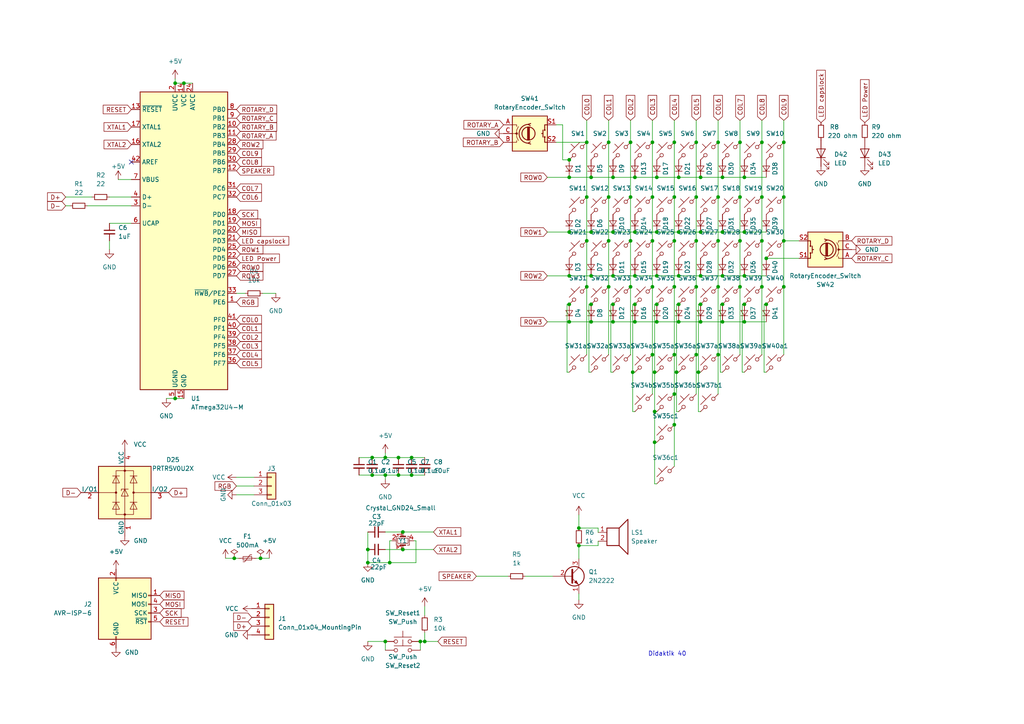
<source format=kicad_sch>
(kicad_sch (version 20230121) (generator eeschema)
  (paper "A4")
  (junction (at 171.45 51.435))
  (junction (at 67.945 161.925))
  (junction (at 111.76 137.795))
  (junction (at 50.8 115.57))
  (junction (at 176.53 69.85))
  (junction (at 195.58 57.15))
  (junction (at 215.9 88.265))
  (junction (at 215.9 67.31))
  (junction (at 121.92 186.055))
  (junction (at 220.98 41.275))
  (junction (at 209.55 80.01))
  (junction (at 184.15 67.31))
  (junction (at 170.18 69.85))
  (junction (at 190.5 51.435))
  (junction (at 106.68 159.385))
  (junction (at 203.2 93.345))
  (junction (at 195.58 114.3))
  (junction (at 184.15 80.01))
  (junction (at 220.98 69.85))
  (junction (at 116.84 159.385))
  (junction (at 214.63 83.185))
  (junction (at 115.57 137.795))
  (junction (at 113.03 163.195))
  (junction (at 196.85 80.01))
  (junction (at 177.8 67.31))
  (junction (at 201.93 41.275))
  (junction (at 189.23 83.185))
  (junction (at 116.84 154.305))
  (junction (at 119.38 132.715))
  (junction (at 170.18 57.15))
  (junction (at 189.23 102.87))
  (junction (at 171.45 88.265))
  (junction (at 167.894 153.162))
  (junction (at 214.63 57.15))
  (junction (at 208.28 69.85))
  (junction (at 215.9 93.345))
  (junction (at 227.33 83.185))
  (junction (at 196.85 67.31))
  (junction (at 111.76 132.715))
  (junction (at 176.53 83.185))
  (junction (at 171.45 80.01))
  (junction (at 53.34 24.13))
  (junction (at 215.9 80.01))
  (junction (at 201.93 69.85))
  (junction (at 222.25 88.265))
  (junction (at 190.5 88.265))
  (junction (at 202.565 107.95))
  (junction (at 209.55 88.265))
  (junction (at 184.15 51.435))
  (junction (at 189.23 57.15))
  (junction (at 215.9 51.435))
  (junction (at 201.93 57.15))
  (junction (at 214.63 41.275))
  (junction (at 195.58 41.275))
  (junction (at 203.2 51.435))
  (junction (at 183.515 107.95))
  (junction (at 195.58 102.87))
  (junction (at 106.68 163.195))
  (junction (at 176.53 41.275))
  (junction (at 115.57 132.715))
  (junction (at 171.45 93.345))
  (junction (at 177.8 51.435))
  (junction (at 209.55 93.345))
  (junction (at 227.33 69.85))
  (junction (at 209.55 67.31))
  (junction (at 75.565 161.925))
  (junction (at 189.23 69.85))
  (junction (at 189.23 41.275))
  (junction (at 190.5 80.01))
  (junction (at 176.53 57.15))
  (junction (at 196.85 51.435))
  (junction (at 184.15 93.345))
  (junction (at 203.2 88.265))
  (junction (at 189.865 107.95))
  (junction (at 177.8 93.345))
  (junction (at 201.93 83.185))
  (junction (at 209.55 51.435))
  (junction (at 189.865 119.38))
  (junction (at 165.1 80.01))
  (junction (at 203.2 67.31))
  (junction (at 190.5 67.31))
  (junction (at 170.18 41.275))
  (junction (at 227.33 57.15))
  (junction (at 222.25 74.93))
  (junction (at 196.215 107.95))
  (junction (at 171.45 67.31))
  (junction (at 170.18 83.185))
  (junction (at 196.85 88.265))
  (junction (at 107.95 132.715))
  (junction (at 165.1 46.355))
  (junction (at 182.88 41.275))
  (junction (at 220.98 57.15))
  (junction (at 119.38 137.795))
  (junction (at 195.58 83.185))
  (junction (at 111.76 186.055))
  (junction (at 165.1 88.265))
  (junction (at 227.33 41.275))
  (junction (at 208.28 57.15))
  (junction (at 201.93 102.87))
  (junction (at 190.5 93.345))
  (junction (at 50.8 24.13))
  (junction (at 177.8 88.265))
  (junction (at 195.58 69.85))
  (junction (at 182.88 69.85))
  (junction (at 184.15 88.265))
  (junction (at 177.8 80.01))
  (junction (at 165.1 51.435))
  (junction (at 189.865 128.27))
  (junction (at 214.63 69.85))
  (junction (at 208.28 83.185))
  (junction (at 208.28 102.87))
  (junction (at 167.894 158.242))
  (junction (at 196.85 93.345))
  (junction (at 165.1 93.345))
  (junction (at 123.19 186.055))
  (junction (at 203.2 80.01))
  (junction (at 208.28 41.275))
  (junction (at 107.95 137.795))
  (junction (at 220.98 83.185))
  (junction (at 165.1 67.31))
  (junction (at 182.88 57.15))
  (junction (at 182.88 83.185))
  (junction (at 195.58 123.19))
  (no_connect (at 38.1 46.99))
  (wire (pts (xy 183.515 107.95) (xy 184.15 107.95)))
  (wire (pts (xy 201.93 34.925) (xy 201.93 41.275)))
  (wire (pts (xy 214.63 57.15) (xy 214.63 69.85)))
  (wire (pts (xy 227.33 57.15) (xy 227.33 69.85)))
  (wire (pts (xy 201.93 83.185) (xy 201.93 102.87)))
  (wire (pts (xy 120.015 156.845) (xy 120.65 156.845)))
  (wire (pts (xy 25.4 59.69) (xy 38.1 59.69)))
  (wire (pts (xy 163.195 36.195) (xy 163.195 46.355)))
  (wire (pts (xy 111.76 159.385) (xy 116.84 159.385)))
  (wire (pts (xy 196.215 107.95) (xy 196.85 107.95)))
  (wire (pts (xy 196.85 80.01) (xy 190.5 80.01)))
  (wire (pts (xy 220.98 69.85) (xy 220.98 83.185)))
  (wire (pts (xy 123.19 175.895) (xy 123.19 178.435)))
  (wire (pts (xy 171.45 93.345) (xy 177.8 93.345)))
  (wire (pts (xy 50.8 115.57) (xy 53.34 115.57)))
  (wire (pts (xy 231.775 69.85) (xy 227.33 69.85)))
  (wire (pts (xy 161.29 41.275) (xy 170.18 41.275)))
  (wire (pts (xy 171.45 80.01) (xy 165.1 80.01)))
  (wire (pts (xy 189.865 107.95) (xy 190.5 107.95)))
  (wire (pts (xy 196.215 107.95) (xy 196.215 119.38)))
  (wire (pts (xy 177.165 107.95) (xy 177.8 107.95)))
  (wire (pts (xy 189.23 41.275) (xy 189.23 57.15)))
  (wire (pts (xy 68.58 138.43) (xy 73.66 138.43)))
  (wire (pts (xy 167.894 149.352) (xy 167.894 153.162)))
  (wire (pts (xy 68.58 85.09) (xy 71.12 85.09)))
  (wire (pts (xy 53.34 24.13) (xy 55.88 24.13)))
  (wire (pts (xy 195.58 83.185) (xy 195.58 102.87)))
  (wire (pts (xy 170.18 69.85) (xy 170.18 83.185)))
  (wire (pts (xy 111.76 154.305) (xy 116.84 154.305)))
  (wire (pts (xy 177.8 88.265) (xy 177.165 88.265)))
  (wire (pts (xy 201.93 102.87) (xy 201.93 114.3)))
  (wire (pts (xy 195.58 69.85) (xy 195.58 83.185)))
  (wire (pts (xy 208.28 34.925) (xy 208.28 41.275)))
  (wire (pts (xy 177.8 93.345) (xy 184.15 93.345)))
  (wire (pts (xy 190.5 67.31) (xy 184.15 67.31)))
  (wire (pts (xy 214.63 69.85) (xy 214.63 83.185)))
  (wire (pts (xy 208.28 83.185) (xy 208.28 102.87)))
  (wire (pts (xy 158.75 51.435) (xy 165.1 51.435)))
  (wire (pts (xy 203.2 80.01) (xy 196.85 80.01)))
  (wire (pts (xy 115.57 132.715) (xy 119.38 132.715)))
  (wire (pts (xy 222.25 88.265) (xy 221.615 88.265)))
  (wire (pts (xy 208.28 69.85) (xy 208.28 83.185)))
  (wire (pts (xy 184.15 88.265) (xy 183.515 88.265)))
  (wire (pts (xy 107.95 132.715) (xy 111.76 132.715)))
  (wire (pts (xy 189.865 119.38) (xy 190.5 119.38)))
  (wire (pts (xy 221.615 107.95) (xy 222.25 107.95)))
  (wire (pts (xy 209.55 88.265) (xy 208.915 88.265)))
  (wire (pts (xy 113.03 163.195) (xy 106.68 163.195)))
  (wire (pts (xy 190.5 51.435) (xy 196.85 51.435)))
  (wire (pts (xy 171.45 88.265) (xy 170.815 88.265)))
  (wire (pts (xy 227.33 69.85) (xy 227.33 83.185)))
  (wire (pts (xy 184.15 93.345) (xy 190.5 93.345)))
  (wire (pts (xy 170.815 107.95) (xy 171.45 107.95)))
  (wire (pts (xy 138.176 167.132) (xy 147.32 167.132)))
  (wire (pts (xy 120.65 163.195) (xy 113.03 163.195)))
  (wire (pts (xy 195.58 57.15) (xy 195.58 69.85)))
  (wire (pts (xy 177.8 80.01) (xy 171.45 80.01)))
  (wire (pts (xy 209.55 67.31) (xy 203.2 67.31)))
  (wire (pts (xy 182.88 69.85) (xy 182.88 83.185)))
  (wire (pts (xy 201.93 69.85) (xy 201.93 83.185)))
  (wire (pts (xy 189.23 57.15) (xy 189.23 69.85)))
  (wire (pts (xy 165.1 88.265) (xy 164.465 88.265)))
  (wire (pts (xy 184.15 80.01) (xy 177.8 80.01)))
  (wire (pts (xy 173.482 154.432) (xy 173.482 153.162)))
  (wire (pts (xy 220.98 83.185) (xy 220.98 102.87)))
  (wire (pts (xy 123.19 186.055) (xy 127 186.055)))
  (wire (pts (xy 177.8 67.31) (xy 171.45 67.31)))
  (wire (pts (xy 176.53 69.85) (xy 176.53 83.185)))
  (wire (pts (xy 50.8 22.86) (xy 50.8 24.13)))
  (wire (pts (xy 123.19 183.515) (xy 123.19 186.055)))
  (wire (pts (xy 106.68 154.305) (xy 106.68 159.385)))
  (wire (pts (xy 173.482 153.162) (xy 167.894 153.162)))
  (wire (pts (xy 170.18 69.85) (xy 170.18 57.15)))
  (wire (pts (xy 196.85 88.265) (xy 196.215 88.265)))
  (wire (pts (xy 222.25 80.01) (xy 215.9 80.01)))
  (wire (pts (xy 170.18 83.185) (xy 170.18 102.87)))
  (wire (pts (xy 195.58 34.925) (xy 195.58 41.275)))
  (wire (pts (xy 116.84 159.385) (xy 125.73 159.385)))
  (wire (pts (xy 190.5 88.265) (xy 189.865 88.265)))
  (wire (pts (xy 189.865 119.38) (xy 189.865 128.27)))
  (wire (pts (xy 176.53 83.185) (xy 176.53 102.87)))
  (wire (pts (xy 227.33 41.275) (xy 227.33 57.15)))
  (wire (pts (xy 113.03 156.845) (xy 113.665 156.845)))
  (wire (pts (xy 115.57 137.795) (xy 119.38 137.795)))
  (wire (pts (xy 201.93 57.15) (xy 201.93 69.85)))
  (wire (pts (xy 48.26 115.57) (xy 50.8 115.57)))
  (wire (pts (xy 107.95 137.795) (xy 111.76 137.795)))
  (wire (pts (xy 189.23 83.185) (xy 189.23 102.87)))
  (wire (pts (xy 167.894 158.242) (xy 173.482 158.242)))
  (wire (pts (xy 209.55 80.01) (xy 203.2 80.01)))
  (wire (pts (xy 208.28 69.85) (xy 208.28 57.15)))
  (wire (pts (xy 111.76 131.445) (xy 111.76 132.715)))
  (wire (pts (xy 189.865 88.265) (xy 189.865 107.95)))
  (wire (pts (xy 34.29 52.07) (xy 38.1 52.07)))
  (wire (pts (xy 202.565 107.95) (xy 202.565 119.38)))
  (wire (pts (xy 121.92 186.055) (xy 121.92 188.595)))
  (wire (pts (xy 74.295 161.925) (xy 75.565 161.925)))
  (wire (pts (xy 202.565 119.38) (xy 203.2 119.38)))
  (wire (pts (xy 183.515 88.265) (xy 183.515 107.95)))
  (wire (pts (xy 214.63 83.185) (xy 214.63 102.87)))
  (wire (pts (xy 164.465 107.95) (xy 165.1 107.95)))
  (wire (pts (xy 167.894 158.242) (xy 167.894 162.052)))
  (wire (pts (xy 215.9 93.345) (xy 222.25 93.345)))
  (wire (pts (xy 189.23 34.925) (xy 189.23 41.275)))
  (wire (pts (xy 190.5 80.01) (xy 184.15 80.01)))
  (wire (pts (xy 214.63 34.925) (xy 214.63 41.275)))
  (wire (pts (xy 68.58 143.51) (xy 73.66 143.51)))
  (wire (pts (xy 152.4 167.132) (xy 160.274 167.132)))
  (wire (pts (xy 208.28 102.87) (xy 208.28 114.3)))
  (wire (pts (xy 67.945 161.925) (xy 69.215 161.925)))
  (wire (pts (xy 184.15 51.435) (xy 190.5 51.435)))
  (wire (pts (xy 19.05 59.69) (xy 20.32 59.69)))
  (wire (pts (xy 220.98 41.275) (xy 220.98 57.15)))
  (wire (pts (xy 31.75 57.15) (xy 38.1 57.15)))
  (wire (pts (xy 182.88 83.185) (xy 182.88 102.87)))
  (wire (pts (xy 170.18 34.925) (xy 170.18 41.275)))
  (wire (pts (xy 161.29 36.195) (xy 163.195 36.195)))
  (wire (pts (xy 111.76 186.055) (xy 111.76 188.595)))
  (wire (pts (xy 165.1 93.345) (xy 171.45 93.345)))
  (wire (pts (xy 215.9 67.31) (xy 209.55 67.31)))
  (wire (pts (xy 196.215 119.38) (xy 196.85 119.38)))
  (wire (pts (xy 189.23 102.87) (xy 189.23 114.3)))
  (wire (pts (xy 208.28 57.15) (xy 208.28 41.275)))
  (wire (pts (xy 65.405 161.925) (xy 67.945 161.925)))
  (wire (pts (xy 31.75 64.77) (xy 38.1 64.77)))
  (wire (pts (xy 202.565 107.95) (xy 203.2 107.95)))
  (wire (pts (xy 189.23 69.85) (xy 189.23 83.185)))
  (wire (pts (xy 183.515 119.38) (xy 184.15 119.38)))
  (wire (pts (xy 227.33 34.925) (xy 227.33 41.275)))
  (wire (pts (xy 222.25 67.31) (xy 215.9 67.31)))
  (wire (pts (xy 176.53 34.925) (xy 176.53 41.275)))
  (wire (pts (xy 104.14 132.715) (xy 107.95 132.715)))
  (wire (pts (xy 195.58 114.3) (xy 195.58 123.19)))
  (wire (pts (xy 227.33 83.185) (xy 227.33 102.87)))
  (wire (pts (xy 203.2 93.345) (xy 209.55 93.345)))
  (wire (pts (xy 31.75 69.85) (xy 31.75 72.39)))
  (wire (pts (xy 208.915 88.265) (xy 208.915 107.95)))
  (wire (pts (xy 196.85 51.435) (xy 203.2 51.435)))
  (wire (pts (xy 171.45 51.435) (xy 177.8 51.435)))
  (wire (pts (xy 167.894 172.212) (xy 167.894 173.99)))
  (wire (pts (xy 170.18 41.275) (xy 170.18 57.15)))
  (wire (pts (xy 209.55 51.435) (xy 215.9 51.435)))
  (wire (pts (xy 183.515 107.95) (xy 183.515 119.38)))
  (wire (pts (xy 209.55 93.345) (xy 215.9 93.345)))
  (wire (pts (xy 68.58 140.97) (xy 73.66 140.97)))
  (wire (pts (xy 189.865 128.27) (xy 190.5 128.27)))
  (wire (pts (xy 19.05 57.15) (xy 26.67 57.15)))
  (wire (pts (xy 215.9 80.01) (xy 209.55 80.01)))
  (wire (pts (xy 116.84 154.305) (xy 125.73 154.305)))
  (wire (pts (xy 195.58 123.19) (xy 195.58 135.255)))
  (wire (pts (xy 189.865 140.335) (xy 190.5 140.335)))
  (wire (pts (xy 182.88 34.925) (xy 182.88 41.275)))
  (wire (pts (xy 158.75 93.345) (xy 165.1 93.345)))
  (wire (pts (xy 111.76 132.715) (xy 115.57 132.715)))
  (wire (pts (xy 177.165 88.265) (xy 177.165 107.95)))
  (wire (pts (xy 165.1 51.435) (xy 171.45 51.435)))
  (wire (pts (xy 171.45 67.31) (xy 165.1 67.31)))
  (wire (pts (xy 196.215 88.265) (xy 196.215 107.95)))
  (wire (pts (xy 173.482 158.242) (xy 173.482 156.972)))
  (wire (pts (xy 208.915 107.95) (xy 209.55 107.95)))
  (wire (pts (xy 195.58 41.275) (xy 195.58 57.15)))
  (wire (pts (xy 215.9 88.265) (xy 215.265 88.265)))
  (wire (pts (xy 176.53 41.275) (xy 176.53 57.15)))
  (wire (pts (xy 189.865 128.27) (xy 189.865 140.335)))
  (wire (pts (xy 176.53 57.15) (xy 176.53 69.85)))
  (wire (pts (xy 111.76 137.795) (xy 111.76 139.065)))
  (wire (pts (xy 177.8 51.435) (xy 184.15 51.435)))
  (wire (pts (xy 121.92 186.055) (xy 123.19 186.055)))
  (wire (pts (xy 222.25 74.93) (xy 231.775 74.93)))
  (wire (pts (xy 214.63 41.275) (xy 214.63 57.15)))
  (wire (pts (xy 182.88 69.85) (xy 182.88 57.15)))
  (wire (pts (xy 106.68 186.055) (xy 111.76 186.055)))
  (wire (pts (xy 164.465 88.265) (xy 164.465 107.95)))
  (wire (pts (xy 189.865 107.95) (xy 189.865 119.38)))
  (wire (pts (xy 196.85 67.31) (xy 190.5 67.31)))
  (wire (pts (xy 203.2 51.435) (xy 209.55 51.435)))
  (wire (pts (xy 120.65 156.845) (xy 120.65 163.195)))
  (wire (pts (xy 203.2 67.31) (xy 196.85 67.31)))
  (wire (pts (xy 221.615 88.265) (xy 221.615 107.95)))
  (wire (pts (xy 196.85 93.345) (xy 203.2 93.345)))
  (wire (pts (xy 220.98 34.925) (xy 220.98 41.275)))
  (wire (pts (xy 215.9 51.435) (xy 222.25 51.435)))
  (wire (pts (xy 163.195 46.355) (xy 165.1 46.355)))
  (wire (pts (xy 119.38 137.795) (xy 123.19 137.795)))
  (wire (pts (xy 113.03 156.845) (xy 113.03 163.195)))
  (wire (pts (xy 220.98 57.15) (xy 220.98 69.85)))
  (wire (pts (xy 215.265 88.265) (xy 215.265 107.95)))
  (wire (pts (xy 106.68 159.385) (xy 106.68 163.195)))
  (wire (pts (xy 203.2 88.265) (xy 202.565 88.265)))
  (wire (pts (xy 201.93 41.275) (xy 201.93 57.15)))
  (wire (pts (xy 104.14 137.795) (xy 107.95 137.795)))
  (wire (pts (xy 165.1 67.31) (xy 158.75 67.31)))
  (wire (pts (xy 195.58 102.87) (xy 195.58 114.3)))
  (wire (pts (xy 184.15 67.31) (xy 177.8 67.31)))
  (wire (pts (xy 202.565 88.265) (xy 202.565 107.95)))
  (wire (pts (xy 190.5 93.345) (xy 196.85 93.345)))
  (wire (pts (xy 215.265 107.95) (xy 215.9 107.95)))
  (wire (pts (xy 50.8 24.13) (xy 53.34 24.13)))
  (wire (pts (xy 182.88 57.15) (xy 182.88 41.275)))
  (wire (pts (xy 111.76 137.795) (xy 115.57 137.795)))
  (wire (pts (xy 76.2 85.09) (xy 80.01 85.09)))
  (wire (pts (xy 170.815 88.265) (xy 170.815 107.95)))
  (wire (pts (xy 75.565 161.925) (xy 78.105 161.925)))
  (wire (pts (xy 165.1 80.01) (xy 158.75 80.01)))
  (wire (pts (xy 119.38 132.715) (xy 123.19 132.715)))
  (text "Didaktik 40" (at 187.96 190.5 0) (effects (font (size 1.27 1.27)) (justify left bottom)))
  (global_label "COL8" (shape input) (at 68.58 46.99 0) (property "Intersheetrefs" "${INTERSHEET_REFS}" (effects hide)))
  (global_label "COL4" (shape input) (at 195.58 34.925 90) (property "Intersheetrefs" "${INTERSHEET_REFS}" (effects hide)))
  (global_label "SPEAKER" (shape input) (at 68.58 49.53 0) (property "Intersheetrefs" "${INTERSHEET_REFS}" (effects hide)))
  (global_label "XTAL1" (shape input) (at 125.73 154.305 0) (property "Intersheetrefs" "${INTERSHEET_REFS}" (effects hide)))
  (global_label "LED capslock" (shape input) (at 68.58 69.85 0) (property "Intersheetrefs" "${INTERSHEET_REFS}" (effects hide)))
  (global_label "ROW0" (shape input) (at 68.58 77.47 0) (property "Intersheetrefs" "${INTERSHEET_REFS}" (effects hide)))
  (global_label "COL8" (shape input) (at 220.98 34.925 90) (property "Intersheetrefs" "${INTERSHEET_REFS}" (effects hide)))
  (global_label "COL5" (shape input) (at 201.93 34.925 90) (property "Intersheetrefs" "${INTERSHEET_REFS}" (effects hide)))
  (global_label "RESET" (shape input) (at 38.1 31.75 180) (property "Intersheetrefs" "${INTERSHEET_REFS}" (effects hide)))
  (global_label "ROTARY_A" (shape input) (at 146.05 36.195 180) (property "Intersheetrefs" "${INTERSHEET_REFS}" (effects hide)))
  (global_label "XTAL1" (shape input) (at 38.1 36.83 180) (property "Intersheetrefs" "${INTERSHEET_REFS}" (effects hide)))
  (global_label "RESET" (shape input) (at 127 186.055 0) (property "Intersheetrefs" "${INTERSHEET_REFS}" (effects hide)))
  (global_label "LED capslock" (shape input) (at 238.125 35.56 90) (property "Intersheetrefs" "${INTERSHEET_REFS}" (effects hide)))
  (global_label "COL1" (shape input) (at 68.58 95.25 0) (property "Intersheetrefs" "${INTERSHEET_REFS}" (effects hide)))
  (global_label "COL1" (shape input) (at 176.53 34.925 90) (property "Intersheetrefs" "${INTERSHEET_REFS}" (effects hide)))
  (global_label "D-" (shape input) (at 19.05 59.69 180) (property "Intersheetrefs" "${INTERSHEET_REFS}" (effects hide)))
  (global_label "MOSI" (shape input) (at 46.355 175.26 0) (property "Intersheetrefs" "${INTERSHEET_REFS}" (effects hide)))
  (global_label "ROTARY_B" (shape input) (at 146.05 41.275 180) (property "Intersheetrefs" "${INTERSHEET_REFS}" (effects hide)))
  (global_label "ROW3" (shape input) (at 158.75 93.345 180) (property "Intersheetrefs" "${INTERSHEET_REFS}" (effects hide)))
  (global_label "ROTARY_C" (shape input) (at 247.015 74.93 0) (property "Intersheetrefs" "${INTERSHEET_REFS}" (effects hide)))
  (global_label "D+" (shape input) (at 73.025 181.61 180) (property "Intersheetrefs" "${INTERSHEET_REFS}" (effects hide)))
  (global_label "ROTARY_D" (shape input) (at 247.015 69.85 0) (property "Intersheetrefs" "${INTERSHEET_REFS}" (effects hide)))
  (global_label "COL3" (shape input) (at 68.58 100.33 0) (property "Intersheetrefs" "${INTERSHEET_REFS}" (effects hide)))
  (global_label "ROW1" (shape input) (at 68.58 72.39 0) (property "Intersheetrefs" "${INTERSHEET_REFS}" (effects hide)))
  (global_label "D-" (shape input) (at 73.025 179.07 180) (property "Intersheetrefs" "${INTERSHEET_REFS}" (effects hide)))
  (global_label "COL6" (shape input) (at 68.58 57.15 0) (property "Intersheetrefs" "${INTERSHEET_REFS}" (effects hide)))
  (global_label "COL0" (shape input) (at 170.18 34.925 90) (property "Intersheetrefs" "${INTERSHEET_REFS}" (effects hide)))
  (global_label "ROTARY_A" (shape input) (at 68.58 39.37 0) (property "Intersheetrefs" "${INTERSHEET_REFS}" (effects hide)))
  (global_label "COL4" (shape input) (at 68.58 102.87 0) (property "Intersheetrefs" "${INTERSHEET_REFS}" (effects hide)))
  (global_label "ROTARY_B" (shape input) (at 68.58 36.83 0) (property "Intersheetrefs" "${INTERSHEET_REFS}" (effects hide)))
  (global_label "COL7" (shape input) (at 214.63 34.925 90) (property "Intersheetrefs" "${INTERSHEET_REFS}" (effects hide)))
  (global_label "LED Power" (shape input) (at 68.58 74.93 0) (property "Intersheetrefs" "${INTERSHEET_REFS}" (effects hide)))
  (global_label "COL5" (shape input) (at 68.58 105.41 0) (property "Intersheetrefs" "${INTERSHEET_REFS}" (effects hide)))
  (global_label "D-" (shape input) (at 23.495 142.875 180) (property "Intersheetrefs" "${INTERSHEET_REFS}" (effects hide)))
  (global_label "COL0" (shape input) (at 68.58 92.71 0) (property "Intersheetrefs" "${INTERSHEET_REFS}" (effects hide)))
  (global_label "MISO" (shape input) (at 46.355 172.72 0) (property "Intersheetrefs" "${INTERSHEET_REFS}" (effects hide)))
  (global_label "RGB" (shape input) (at 68.58 87.63 0) (property "Intersheetrefs" "${INTERSHEET_REFS}" (effects hide)))
  (global_label "ROW0" (shape input) (at 158.75 51.435 180) (property "Intersheetrefs" "${INTERSHEET_REFS}" (effects hide)))
  (global_label "COL3" (shape input) (at 189.23 34.925 90) (property "Intersheetrefs" "${INTERSHEET_REFS}" (effects hide)))
  (global_label "RESET" (shape input) (at 46.355 180.34 0) (property "Intersheetrefs" "${INTERSHEET_REFS}" (effects hide)))
  (global_label "MOSI" (shape input) (at 68.58 64.77 0) (property "Intersheetrefs" "${INTERSHEET_REFS}" (effects hide)))
  (global_label "COL9" (shape input) (at 68.58 44.45 0) (property "Intersheetrefs" "${INTERSHEET_REFS}" (effects hide)))
  (global_label "MISO" (shape input) (at 68.58 67.31 0) (property "Intersheetrefs" "${INTERSHEET_REFS}" (effects hide)))
  (global_label "SCK" (shape input) (at 46.355 177.8 0) (property "Intersheetrefs" "${INTERSHEET_REFS}" (effects hide)))
  (global_label "ROW2" (shape input) (at 68.58 41.91 0) (property "Intersheetrefs" "${INTERSHEET_REFS}" (effects hide)))
  (global_label "D+" (shape input) (at 48.895 142.875 0) (property "Intersheetrefs" "${INTERSHEET_REFS}" (effects hide)))
  (global_label "ROW2" (shape input) (at 158.75 80.01 180) (property "Intersheetrefs" "${INTERSHEET_REFS}" (effects hide)))
  (global_label "COL2" (shape input) (at 182.88 34.925 90) (property "Intersheetrefs" "${INTERSHEET_REFS}" (effects hide)))
  (global_label "D+" (shape input) (at 19.05 57.15 180) (property "Intersheetrefs" "${INTERSHEET_REFS}" (effects hide)))
  (global_label "ROW1" (shape input) (at 158.75 67.31 180) (property "Intersheetrefs" "${INTERSHEET_REFS}" (effects hide)))
  (global_label "XTAL2" (shape input) (at 125.73 159.385 0) (property "Intersheetrefs" "${INTERSHEET_REFS}" (effects hide)))
  (global_label "ROTARY_C" (shape input) (at 68.58 34.29 0) (property "Intersheetrefs" "${INTERSHEET_REFS}" (effects hide)))
  (global_label "SCK" (shape input) (at 68.58 62.23 0) (property "Intersheetrefs" "${INTERSHEET_REFS}" (effects hide)))
  (global_label "LED Power" (shape input) (at 250.825 35.56 90) (property "Intersheetrefs" "${INTERSHEET_REFS}" (effects hide)))
  (global_label "COL7" (shape input) (at 68.58 54.61 0) (property "Intersheetrefs" "${INTERSHEET_REFS}" (effects hide)))
  (global_label "RGB" (shape input) (at 68.58 140.97 180) (property "Intersheetrefs" "${INTERSHEET_REFS}" (effects hide)))
  (global_label "COL9" (shape input) (at 227.33 34.925 90) (property "Intersheetrefs" "${INTERSHEET_REFS}" (effects hide)))
  (global_label "SPEAKER" (shape input) (at 138.176 167.132 180) (property "Intersheetrefs" "${INTERSHEET_REFS}" (effects hide)))
  (global_label "COL6" (shape input) (at 208.28 34.925 90) (property "Intersheetrefs" "${INTERSHEET_REFS}" (effects hide)))
  (global_label "ROTARY_D" (shape input) (at 68.58 31.75 0) (property "Intersheetrefs" "${INTERSHEET_REFS}" (effects hide)))
  (global_label "COL2" (shape input) (at 68.58 97.79 0) (property "Intersheetrefs" "${INTERSHEET_REFS}" (effects hide)))
  (global_label "XTAL2" (shape input) (at 38.1 41.91 180) (property "Intersheetrefs" "${INTERSHEET_REFS}" (effects hide)))
  (global_label "ROW3" (shape input) (at 68.58 80.01 0) (property "Intersheetrefs" "${INTERSHEET_REFS}" (effects hide)))
  (symbol (lib_id "Switch:SW_Push_45deg") (at 180.34 105.41 0) (mirror y) (unit 1)
    (property "Reference" "SW33a1" (at 180.34 100.33 0))
    (property "Value" "SW_Push_45deg" (effects hide))
    (property "Footprint" "MX_Only:MXOnly-1U-NoLED" (effects hide))
  )
  (symbol (lib_id "ComboDiode:D_Small") (at 203.2 77.47 270) (mirror x) (unit 1)
    (property "Reference" "D28" (at 205.74 77.47 0))
    (property "Value" "D_Small" (effects hide))
    (property "Footprint" "Diode_SMD:D_SOD-123F" (effects hide))
  )
  (symbol (lib_id "ComboDiode:Crystal_GND24_Small") (at 116.84 156.845 270) (unit 1)
    (property "Reference" "Y1" (at 116.84 156.845 90))
    (property "Value" "Crystal_GND24_Small" (at 116.205 147.32 90))
    (property "Footprint" "Crystal:Crystal_SMD_3225-4Pin_3.2x2.5mm" (effects hide))
  )
  (symbol (lib_id "power:+5V") (at 78.105 161.925 0) (unit 1)
    (property "Reference" "#PWR0103" (effects hide))
    (property "Value" "+5V" (at 78.105 156.845 0))
  )
  (symbol (lib_id "ComboDiode:D_Small") (at 190.5 48.895 270) (mirror x) (unit 1)
    (property "Reference" "D17" (at 193.04 48.895 0))
    (property "Value" "D_Small" (effects hide))
    (property "Footprint" "Diode_SMD:D_SOD-123F" (effects hide))
  )
  (symbol (lib_id "ComboDiode:D_Small") (at 165.1 77.47 270) (mirror x) (unit 1)
    (property "Reference" "D3" (at 167.64 77.47 0))
    (property "Value" "D_Small" (effects hide))
    (property "Footprint" "Diode_SMD:D_SOD-123F" (effects hide))
  )
  (symbol (lib_id "power:VCC") (at 68.58 138.43 90) (unit 1)
    (property "Reference" "#PWR0115" (effects hide))
    (property "Value" "VCC" (at 65.405 138.4299 90) (effects (justify left)))
  )
  (symbol (lib_id "power:GND") (at 73.025 184.15 270) (unit 1)
    (property "Reference" "#PWR0118" (effects hide))
    (property "Value" "GND" (at 69.215 184.1499 90) (effects (justify right)))
  )
  (symbol (lib_id "ComboDiode:R_Small") (at 250.825 38.1 0) (unit 1)
    (property "Reference" "R9" (at 252.73 36.8299 0) (effects (justify left)))
    (property "Value" "220 ohm" (at 252.73 39.3699 0) (effects (justify left)))
    (property "Footprint" "Resistor_SMD:R_0402_1005Metric" (effects hide))
  )
  (symbol (lib_id "ComboDiode:D_Small") (at 171.45 77.47 270) (mirror x) (unit 1)
    (property "Reference" "D7" (at 173.99 77.47 0))
    (property "Value" "D_Small" (effects hide))
    (property "Footprint" "Diode_SMD:D_SOD-123F" (effects hide))
  )
  (symbol (lib_id "MCU_Microchip_ATmega:ATmega32U4-M") (at 53.34 69.85 0) (unit 1)
    (property "Reference" "U1" (at 55.3594 115.57 0) (effects (justify left)))
    (property "Value" "ATmega32U4-M" (at 55.3594 118.11 0) (effects (justify left)))
    (property "Footprint" "Package_DFN_QFN:QFN-44-1EP_7x7mm_P0.5mm_EP5.2x5.2mm" (effects hide))
    (property "Datasheet" "http://ww1.microchip.com/downloads/en/DeviceDoc/Atmel-7766-8-bit-AVR-ATmega16U4-32U4_Datasheet.pdf" (effects hide))
  )
  (symbol (lib_id "Switch:SW_Push_45deg") (at 224.79 105.41 0) (mirror y) (unit 1)
    (property "Reference" "SW40a1" (at 224.79 100.33 0))
    (property "Value" "SW_Push_45deg" (effects hide))
    (property "Footprint" "MX_Only:MXOnly-1U-NoLED" (effects hide))
  )
  (symbol (lib_id "power:GND") (at 31.75 72.39 0) (unit 1)
    (property "Reference" "#PWR0108" (effects hide))
    (property "Value" "GND" (at 31.75 77.47 0))
  )
  (symbol (lib_id "ComboDiode:D_Small") (at 215.9 90.805 270) (mirror x) (unit 1)
    (property "Reference" "D37" (at 218.44 90.805 0))
    (property "Value" "D_Small" (effects hide))
    (property "Footprint" "Diode_SMD:D_SOD-123F" (effects hide))
  )
  (symbol (lib_id "power:GND") (at 80.01 85.09 0) (unit 1)
    (property "Reference" "#PWR0106" (effects hide))
    (property "Value" "GND" (at 80.01 90.17 0))
  )
  (symbol (lib_id "Switch:SW_Push_45deg") (at 173.99 85.725 0) (mirror y) (unit 1)
    (property "Reference" "SW32" (at 173.99 80.645 0))
    (property "Value" "SW_Push_45deg" (effects hide))
    (property "Footprint" "MX_Only:MXOnly-1U-NoLED" (effects hide))
  )
  (symbol (lib_id "power:+5V") (at 50.8 22.86 0) (unit 1)
    (property "Reference" "#PWR0116" (effects hide))
    (property "Value" "+5V" (at 50.8 17.78 0))
  )
  (symbol (lib_id "ComboDiode:C_Small") (at 109.22 159.385 90) (unit 1)
    (property "Reference" "C4" (at 109.22 162.56 90))
    (property "Value" "22pF" (at 109.855 164.465 90))
    (property "Footprint" "Capacitor_SMD:C_0402_1005Metric" (effects hide))
  )
  (symbol (lib_id "ComboDiode:D_Small") (at 171.45 90.805 270) (mirror x) (unit 1)
    (property "Reference" "D8" (at 173.99 90.805 0))
    (property "Value" "D_Small" (effects hide))
    (property "Footprint" "Diode_SMD:D_SOD-123F" (effects hide))
  )
  (symbol (lib_id "Switch:SW_Push_45deg") (at 218.44 72.39 0) (mirror y) (unit 1)
    (property "Reference" "SW29" (at 218.44 67.31 0))
    (property "Value" "SW_Push_45deg" (effects hide))
    (property "Footprint" "MX_Only:MXOnly-1U-NoLED" (effects hide))
  )
  (symbol (lib_id "Switch:SW_Push_45deg") (at 167.64 43.815 0) (mirror y) (unit 1)
    (property "Reference" "SW1" (at 167.64 38.735 0))
    (property "Value" "SW_Push_45deg" (effects hide))
    (property "Footprint" "MX_Only:MXOnly-1U-NoLED" (effects hide))
  )
  (symbol (lib_id "Switch:SW_Push_45deg") (at 180.34 72.39 0) (mirror y) (unit 1)
    (property "Reference" "SW23" (at 180.34 67.31 0))
    (property "Value" "SW_Push_45deg" (effects hide))
    (property "Footprint" "MX_Only:MXOnly-1U-NoLED" (effects hide))
  )
  (symbol (lib_id "ComboDiode:R_Small") (at 22.86 59.69 90) (unit 1)
    (property "Reference" "R1" (at 22.86 53.34 90))
    (property "Value" "22" (at 22.86 55.88 90))
    (property "Footprint" "Resistor_SMD:R_0402_1005Metric" (effects hide))
  )
  (symbol (lib_id "ComboDiode:D_Small") (at 209.55 90.805 270) (mirror x) (unit 1)
    (property "Reference" "D33" (at 212.09 90.805 0))
    (property "Value" "D_Small" (effects hide))
    (property "Footprint" "Diode_SMD:D_SOD-123F" (effects hide))
  )
  (symbol (lib_id "ComboDiode:D_Small") (at 215.9 48.895 270) (mirror x) (unit 1)
    (property "Reference" "D34" (at 218.44 48.895 0))
    (property "Value" "D_Small" (effects hide))
    (property "Footprint" "Diode_SMD:D_SOD-123F" (effects hide))
  )
  (symbol (lib_id "ComboDiode:D_Small") (at 190.5 90.805 270) (mirror x) (unit 1)
    (property "Reference" "D20" (at 193.04 90.805 0))
    (property "Value" "D_Small" (effects hide))
    (property "Footprint" "Diode_SMD:D_SOD-123F" (effects hide))
  )
  (symbol (lib_id "Switch:SW_Push") (at 116.84 186.055 0) (unit 1)
    (property "Reference" "SW_Reset1" (at 116.84 177.8 0))
    (property "Value" "SW_Push" (at 116.84 180.34 0))
    (property "Footprint" "random-keyboard-parts:SKQG-1155865" (effects hide))
  )
  (symbol (lib_id "Switch:SW_Push_45deg") (at 186.69 59.69 0) (mirror y) (unit 1)
    (property "Reference" "SW14" (at 186.69 54.61 0))
    (property "Value" "SW_Push_45deg" (effects hide))
    (property "Footprint" "MX_Only:MXOnly-1U-NoLED" (effects hide))
  )
  (symbol (lib_id "Switch:SW_Push_45deg") (at 224.79 85.725 0) (mirror y) (unit 1)
    (property "Reference" "SW40" (at 224.79 80.645 0))
    (property "Value" "SW_Push_45deg" (effects hide))
    (property "Footprint" "MX_Only:MXOnly-1.5U-NoLED" (effects hide))
  )
  (symbol (lib_id "power:GND") (at 250.825 48.26 0) (unit 1)
    (property "Reference" "#PWR0123" (effects hide))
    (property "Value" "GND" (at 250.825 53.34 0))
  )
  (symbol (lib_id "Connector:AVR-ISP-6") (at 36.195 177.8 0) (unit 1)
    (property "Reference" "J2" (at 26.67 175.2599 0) (effects (justify right)))
    (property "Value" "AVR-ISP-6" (at 26.67 177.7999 0) (effects (justify right)))
    (property "Footprint" "random-keyboard-parts:Reset_Pretty-Mask" (effects hide))
    (property "Datasheet" " ~" (effects hide))
  )
  (symbol (lib_id "ComboDiode:C_Small") (at 31.75 67.31 0) (unit 1)
    (property "Reference" "C6" (at 34.29 66.0462 0) (effects (justify left)))
    (property "Value" "1uF" (at 34.29 68.5862 0) (effects (justify left)))
    (property "Footprint" "Capacitor_SMD:C_0402_1005Metric" (effects hide))
  )
  (symbol (lib_id "Switch:SW_Push_45deg") (at 167.64 105.41 0) (mirror y) (unit 1)
    (property "Reference" "SW31a1" (at 167.64 100.33 0))
    (property "Value" "SW_Push_45deg" (effects hide))
    (property "Footprint" "MX_Only:MXOnly-1U-NoLED" (effects hide))
  )
  (symbol (lib_id "ComboDiode:R_Small") (at 123.19 180.975 0) (unit 1)
    (property "Reference" "R3" (at 125.73 179.7049 0) (effects (justify left)))
    (property "Value" "10k" (at 125.73 182.2449 0) (effects (justify left)))
    (property "Footprint" "Resistor_SMD:R_0402_1005Metric" (effects hide))
  )
  (symbol (lib_id "ComboDiode:D_Small") (at 196.85 90.805 270) (mirror x) (unit 1)
    (property "Reference" "D24" (at 199.39 90.805 0))
    (property "Value" "D_Small" (effects hide))
    (property "Footprint" "Diode_SMD:D_SOD-123F" (effects hide))
  )
  (symbol (lib_id "Switch:SW_Push_45deg") (at 193.04 105.41 0) (mirror y) (unit 1)
    (property "Reference" "SW35a1" (at 193.04 100.33 0))
    (property "Value" "SW_Push_45deg" (effects hide))
    (property "Footprint" "MX_Only:MXOnly-1.5U-NoLED" (effects hide))
  )
  (symbol (lib_id "ComboDiode:D_Small") (at 184.15 64.77 270) (mirror x) (unit 1)
    (property "Reference" "D14" (at 186.69 64.77 0))
    (property "Value" "D_Small" (effects hide))
    (property "Footprint" "Diode_SMD:D_SOD-123F" (effects hide))
  )
  (symbol (lib_id "power:VCC") (at 36.195 130.175 0) (unit 1)
    (property "Reference" "#PWR0102" (effects hide))
    (property "Value" "VCC" (at 38.735 128.9049 0) (effects (justify left)))
  )
  (symbol (lib_id "ComboDiode:D_Small") (at 184.15 48.895 270) (mirror x) (unit 1)
    (property "Reference" "D13" (at 186.69 48.895 0))
    (property "Value" "D_Small" (effects hide))
    (property "Footprint" "Diode_SMD:D_SOD-123F" (effects hide))
  )
  (symbol (lib_id "ComboDiode:R_Small") (at 73.66 85.09 90) (unit 1)
    (property "Reference" "R4" (at 73.66 78.74 90))
    (property "Value" "10k" (at 73.66 81.28 90))
    (property "Footprint" "Resistor_SMD:R_0402_1005Metric" (effects hide))
  )
  (symbol (lib_id "Switch:SW_Push_45deg") (at 180.34 85.725 0) (mirror y) (unit 1)
    (property "Reference" "SW33" (at 180.34 80.645 0))
    (property "Value" "SW_Push_45deg" (effects hide))
    (property "Footprint" "MX_Only:MXOnly-1U-NoLED" (effects hide))
  )
  (symbol (lib_id "ComboDiode:D_Small") (at 184.15 77.47 270) (mirror x) (unit 1)
    (property "Reference" "D15" (at 186.69 77.47 0))
    (property "Value" "D_Small" (effects hide))
    (property "Footprint" "Diode_SMD:D_SOD-123F" (effects hide))
  )
  (symbol (lib_id "ComboDiode:D_Small") (at 184.15 90.805 270) (mirror x) (unit 1)
    (property "Reference" "D16" (at 186.69 90.805 0))
    (property "Value" "D_Small" (effects hide))
    (property "Footprint" "Diode_SMD:D_SOD-123F" (effects hide))
  )
  (symbol (lib_id "ComboDiode:LED") (at 238.125 44.45 90) (unit 1)
    (property "Reference" "D42" (at 241.935 44.7801 90) (effects (justify right)))
    (property "Value" "LED" (at 241.935 47.3201 90) (effects (justify right)))
    (property "Footprint" "Keebio-Parts:LED_3mm" (effects hide))
  )
  (symbol (lib_id "ComboDiode:C_Small") (at 104.14 135.255 0) (unit 1)
    (property "Reference" "C1" (at 106.68 133.9912 0) (effects (justify left)))
    (property "Value" "0.1uF" (at 106.68 136.5312 0) (effects (justify left)))
    (property "Footprint" "Capacitor_SMD:C_0402_1005Metric" (effects hide))
  )
  (symbol (lib_id "Switch:SW_Push_45deg") (at 205.74 85.725 0) (mirror y) (unit 1)
    (property "Reference" "SW37" (at 205.74 80.645 0))
    (property "Value" "SW_Push_45deg" (effects hide))
    (property "Footprint" "MX_Only:MXOnly-1U-NoLED" (effects hide))
  )
  (symbol (lib_id "ComboDiode:D_Small") (at 196.85 64.77 270) (mirror x) (unit 1)
    (property "Reference" "D22" (at 199.39 64.77 0))
    (property "Value" "D_Small" (effects hide))
    (property "Footprint" "Diode_SMD:D_SOD-123F" (effects hide))
  )
  (symbol (lib_id "Device:Speaker") (at 178.562 154.432 0) (unit 1)
    (property "Reference" "LS1" (at 183.007 154.4319 0) (effects (justify left)))
    (property "Value" "Speaker" (at 183.007 156.9719 0) (effects (justify left)))
    (property "Footprint" "Keebio-Parts:AST1109MLTRQ" (effects hide))
  )
  (symbol (lib_id "power:GND") (at 48.26 115.57 0) (unit 1)
    (property "Reference" "#PWR0104" (effects hide))
    (property "Value" "GND" (at 48.26 120.65 0))
  )
  (symbol (lib_id "Switch:SW_Push_45deg") (at 193.04 137.795 0) (mirror y) (unit 1)
    (property "Reference" "SW36c1" (at 193.04 132.715 0))
    (property "Value" "SW_Push_45deg" (effects hide))
    (property "Footprint" "MX_Only:MXOnly-7U-ReversedStabilizers-NoLED" (effects hide))
  )
  (symbol (lib_id "Switch:SW_Push_45deg") (at 224.79 43.815 0) (mirror y) (unit 1)
    (property "Reference" "SW10" (at 224.79 38.735 0))
    (property "Value" "SW_Push_45deg" (effects hide))
    (property "Footprint" "MX_Only:MXOnly-1U-NoLED" (effects hide))
  )
  (symbol (lib_id "Switch:SW_Push_45deg") (at 218.44 59.69 0) (mirror y) (unit 1)
    (property "Reference" "SW19" (at 218.44 54.61 0))
    (property "Value" "SW_Push_45deg" (effects hide))
    (property "Footprint" "MX_Only:MXOnly-1U-NoLED" (effects hide))
  )
  (symbol (lib_id "ComboDiode:D_Small") (at 215.9 77.47 270) (mirror x) (unit 1)
    (property "Reference" "D36" (at 218.44 77.47 0))
    (property "Value" "D_Small" (effects hide))
    (property "Footprint" "Diode_SMD:D_SOD-123F" (effects hide))
  )
  (symbol (lib_id "ComboDiode:D_Small") (at 203.2 48.895 270) (mirror x) (unit 1)
    (property "Reference" "D26" (at 205.74 48.895 0))
    (property "Value" "D_Small" (effects hide))
    (property "Footprint" "Diode_SMD:D_SOD-123F" (effects hide))
  )
  (symbol (lib_id "ComboDiode:D_Small") (at 222.25 90.805 270) (mirror x) (unit 1)
    (property "Reference" "D41" (at 224.79 90.805 0))
    (property "Value" "D_Small" (effects hide))
    (property "Footprint" "Diode_SMD:D_SOD-123F" (effects hide))
  )
  (symbol (lib_id "ComboDiode:D_Small") (at 177.8 90.805 270) (mirror x) (unit 1)
    (property "Reference" "D12" (at 180.34 90.805 0))
    (property "Value" "D_Small" (effects hide))
    (property "Footprint" "Diode_SMD:D_SOD-123F" (effects hide))
  )
  (symbol (lib_id "ComboDiode:D_Small") (at 190.5 64.77 270) (mirror x) (unit 1)
    (property "Reference" "D18" (at 193.04 64.77 0))
    (property "Value" "D_Small" (effects hide))
    (property "Footprint" "Diode_SMD:D_SOD-123F" (effects hide))
  )
  (symbol (lib_id "Switch:SW_Push_45deg") (at 193.04 85.725 0) (mirror y) (unit 1)
    (property "Reference" "SW35" (at 193.04 80.645 0))
    (property "Value" "SW_Push_45deg" (effects hide))
    (property "Footprint" "MX_Only:MXOnly-1U-NoLED" (effects hide))
  )
  (symbol (lib_id "ComboDiode:Polyfuse_Small") (at 71.755 161.925 90) (unit 1)
    (property "Reference" "F1" (at 71.755 155.575 90))
    (property "Value" "500mA" (at 71.755 158.115 90))
    (property "Footprint" "Fuse:Fuse_1206_3216Metric" (effects hide))
  )
  (symbol (lib_id "Switch:SW_Push_45deg") (at 212.09 72.39 0) (mirror y) (unit 1)
    (property "Reference" "SW28" (at 212.09 67.31 0))
    (property "Value" "SW_Push_45deg" (effects hide))
    (property "Footprint" "MX_Only:MXOnly-1U-NoLED" (effects hide))
  )
  (symbol (lib_id "Switch:SW_Push_45deg") (at 199.39 116.84 0) (mirror y) (unit 1)
    (property "Reference" "SW36b1" (at 199.39 111.76 0))
    (property "Value" "SW_Push_45deg" (effects hide))
    (property "Footprint" "MX_Only:MXOnly-2U-ReversedStabilizers-NoLED" (effects hide))
  )
  (symbol (lib_id "Switch:SW_Push_45deg") (at 180.34 43.815 0) (mirror y) (unit 1)
    (property "Reference" "SW3" (at 180.34 38.735 0))
    (property "Value" "SW_Push_45deg" (effects hide))
    (property "Footprint" "MX_Only:MXOnly-1U-NoLED" (effects hide))
  )
  (symbol (lib_id "ComboDiode:D_Small") (at 222.25 77.47 270) (mirror x) (unit 1)
    (property "Reference" "D40" (at 224.79 77.47 0))
    (property "Value" "D_Small" (effects hide))
    (property "Footprint" "Diode_SMD:D_SOD-123F" (effects hide))
  )
  (symbol (lib_id "power:GND") (at 146.05 38.735 270) (unit 1)
    (property "Reference" "#PWR0124" (effects hide))
    (property "Value" "GND" (at 142.24 38.7349 90) (effects (justify right)))
  )
  (symbol (lib_id "Switch:SW_Push_45deg") (at 218.44 43.815 0) (mirror y) (unit 1)
    (property "Reference" "SW9" (at 218.44 38.735 0))
    (property "Value" "SW_Push_45deg" (effects hide))
    (property "Footprint" "MX_Only:MXOnly-1U-NoLED" (effects hide))
  )
  (symbol (lib_id "ComboDiode:C_Small") (at 109.22 154.305 90) (unit 1)
    (property "Reference" "C3" (at 109.22 149.86 90))
    (property "Value" "22pF" (at 109.22 151.765 90))
    (property "Footprint" "Capacitor_SMD:C_0402_1005Metric" (effects hide))
  )
  (symbol (lib_id "power:+5V") (at 123.19 175.895 0) (unit 1)
    (property "Reference" "#PWR0117" (effects hide))
    (property "Value" "+5V" (at 123.19 170.815 0))
  )
  (symbol (lib_id "Switch:SW_Push_45deg") (at 212.09 85.725 0) (mirror y) (unit 1)
    (property "Reference" "SW38" (at 212.09 80.645 0))
    (property "Value" "SW_Push_45deg" (effects hide))
    (property "Footprint" "MX_Only:MXOnly-1U-NoLED" (effects hide))
  )
  (symbol (lib_id "Switch:SW_Push_45deg") (at 180.34 59.69 0) (mirror y) (unit 1)
    (property "Reference" "SW13" (at 180.34 54.61 0))
    (property "Value" "SW_Push_45deg" (effects hide))
    (property "Footprint" "MX_Only:MXOnly-1U-NoLED" (effects hide))
  )
  (symbol (lib_id "power:GND") (at 238.125 48.26 0) (unit 1)
    (property "Reference" "#PWR0122" (effects hide))
    (property "Value" "GND" (at 238.125 53.34 0))
  )
  (symbol (lib_id "Switch:SW_Push_45deg") (at 199.39 43.815 0) (mirror y) (unit 1)
    (property "Reference" "SW6" (at 199.39 38.735 0))
    (property "Value" "SW_Push_45deg" (effects hide))
    (property "Footprint" "MX_Only:MXOnly-1U-NoLED" (effects hide))
  )
  (symbol (lib_id "Switch:SW_Push_45deg") (at 205.74 59.69 0) (mirror y) (unit 1)
    (property "Reference" "SW17" (at 205.74 54.61 0))
    (property "Value" "SW_Push_45deg" (effects hide))
    (property "Footprint" "MX_Only:MXOnly-1U-NoLED" (effects hide))
  )
  (symbol (lib_id "ComboDiode:D_Small") (at 196.85 48.895 270) (mirror x) (unit 1)
    (property "Reference" "D21" (at 199.39 48.895 0))
    (property "Value" "D_Small" (effects hide))
    (property "Footprint" "Diode_SMD:D_SOD-123F" (effects hide))
  )
  (symbol (lib_id "ComboDiode:D_Small") (at 171.45 48.895 270) (mirror x) (unit 1)
    (property "Reference" "D5" (at 173.99 48.895 0))
    (property "Value" "D_Small" (effects hide))
    (property "Footprint" "Diode_SMD:D_SOD-123F" (effects hide))
  )
  (symbol (lib_id "Switch:SW_Push_45deg") (at 186.69 105.41 0) (mirror y) (unit 1)
    (property "Reference" "SW34a1" (at 186.69 100.33 0))
    (property "Value" "SW_Push_45deg" (effects hide))
    (property "Footprint" "MX_Only:MXOnly-1U-NoLED" (effects hide))
  )
  (symbol (lib_id "Connector_Generic:Conn_01x04") (at 78.105 179.07 0) (unit 1)
    (property "Reference" "J1" (at 80.645 179.4255 0) (effects (justify left)))
    (property "Value" "Conn_01x04_MountingPin" (at 80.645 181.9655 0) (effects (justify left)))
    (property "Footprint" "random-keyboard-parts:JST-SR-4" (effects hide))
  )
  (symbol (lib_id "ComboDiode:D_Small") (at 203.2 90.805 270) (mirror x) (unit 1)
    (property "Reference" "D29" (at 205.74 90.805 0))
    (property "Value" "D_Small" (effects hide))
    (property "Footprint" "Diode_SMD:D_SOD-123F" (effects hide))
  )
  (symbol (lib_id "Switch:SW_Push_45deg") (at 173.99 59.69 0) (mirror y) (unit 1)
    (property "Reference" "SW12" (at 173.99 54.61 0))
    (property "Value" "SW_Push_45deg" (effects hide))
    (property "Footprint" "MX_Only:MXOnly-1U-NoLED" (effects hide))
  )
  (symbol (lib_id "ComboDiode:D_Small") (at 177.8 64.77 270) (mirror x) (unit 1)
    (property "Reference" "D10" (at 180.34 64.77 0))
    (property "Value" "D_Small" (effects hide))
    (property "Footprint" "Diode_SMD:D_SOD-123F" (effects hide))
  )
  (symbol (lib_id "Switch:SW_Push_45deg") (at 173.99 43.815 0) (mirror y) (unit 1)
    (property "Reference" "SW2" (at 173.99 38.735 0))
    (property "Value" "SW_Push_45deg" (effects hide))
    (property "Footprint" "MX_Only:MXOnly-1U-NoLED" (effects hide))
  )
  (symbol (lib_id "ComboDiode:D_Small") (at 203.2 64.77 270) (mirror x) (unit 1)
    (property "Reference" "D27" (at 205.74 64.77 0))
    (property "Value" "D_Small" (effects hide))
    (property "Footprint" "Diode_SMD:D_SOD-123F" (effects hide))
  )
  (symbol (lib_id "Switch:SW_Push_45deg") (at 205.74 105.41 0) (mirror y) (unit 1)
    (property "Reference" "SW37a1" (at 205.74 100.33 0))
    (property "Value" "SW_Push_45deg" (effects hide))
    (property "Footprint" "MX_Only:MXOnly-1U-NoLED" (effects hide))
  )
  (symbol (lib_id "alpha_pro_micro-rescue:Conn_01x03") (at 78.74 140.97 0) (unit 1)
    (property "Reference" "J3" (at 78.74 135.89 0))
    (property "Value" "Conn_01x03" (at 78.74 146.05 0))
    (property "Footprint" "Connector_PinSocket_2.00mm:PinSocket_1x03_P2.00mm_Vertical" (effects hide))
  )
  (symbol (lib_id "power:PWR_FLAG") (at 75.565 161.925 0) (unit 1)
    (property "Reference" "#FLG0101" (effects hide))
    (property "Value" "PWR_FLAG" (effects hide))
  )
  (symbol (lib_id "Switch:SW_Push_45deg") (at 224.79 72.39 0) (mirror y) (unit 1)
    (property "Reference" "SW30" (at 224.79 67.31 0))
    (property "Value" "SW_Push_45deg" (effects hide))
    (property "Footprint" "MX_Only:MXOnly-1U-NoLED" (effects hide))
  )
  (symbol (lib_id "ComboDiode:D_Small") (at 165.1 64.77 270) (mirror x) (unit 1)
    (property "Reference" "D2" (at 167.64 64.77 0))
    (property "Value" "D_Small" (effects hide))
    (property "Footprint" "Diode_SMD:D_SOD-123F" (effects hide))
  )
  (symbol (lib_id "ComboDiode:D_Small") (at 209.55 77.47 270) (mirror x) (unit 1)
    (property "Reference" "D32" (at 212.09 77.47 0))
    (property "Value" "D_Small" (effects hide))
    (property "Footprint" "Diode_SMD:D_SOD-123F" (effects hide))
  )
  (symbol (lib_id "power:GND") (at 106.68 186.055 0) (unit 1)
    (property "Reference" "#PWR0111" (effects hide))
    (property "Value" "GND" (at 106.68 191.135 0))
  )
  (symbol (lib_id "power:VCC") (at 167.894 149.352 0) (unit 1)
    (property "Reference" "#PWR0126" (effects hide))
    (property "Value" "VCC" (at 167.894 143.764 0))
  )
  (symbol (lib_id "power:GND") (at 33.655 187.96 0) (unit 1)
    (property "Reference" "#PWR0113" (effects hide))
    (property "Value" "GND" (at 36.195 189.2299 0) (effects (justify left)))
  )
  (symbol (lib_id "Switch:SW_Push_45deg") (at 167.64 59.69 0) (mirror y) (unit 1)
    (property "Reference" "SW11" (at 167.64 54.61 0))
    (property "Value" "SW_Push_45deg" (effects hide))
    (property "Footprint" "MX_Only:MXOnly-1U-NoLED" (effects hide))
  )
  (symbol (lib_id "ComboDiode:D_Small") (at 209.55 64.77 270) (mirror x) (unit 1)
    (property "Reference" "D31" (at 212.09 64.77 0))
    (property "Value" "D_Small" (effects hide))
    (property "Footprint" "Diode_SMD:D_SOD-123F" (effects hide))
  )
  (symbol (lib_id "Switch:SW_Push_45deg") (at 193.04 43.815 0) (mirror y) (unit 1)
    (property "Reference" "SW5" (at 193.04 38.735 0))
    (property "Value" "SW_Push_45deg" (effects hide))
    (property "Footprint" "MX_Only:MXOnly-1U-NoLED" (effects hide))
  )
  (symbol (lib_id "Device:R_Small") (at 167.894 155.702 0) (unit 1)
    (property "Reference" "R6" (at 169.672 154.4319 0) (effects (justify left)))
    (property "Value" "1k" (at 169.672 156.9719 0) (effects (justify left)))
    (property "Footprint" "Resistor_SMD:R_0402_1005Metric" (effects hide))
  )
  (symbol (lib_id "Switch:SW_Push_45deg") (at 205.74 116.84 0) (mirror y) (unit 1)
    (property "Reference" "SW37b1" (at 205.74 111.76 0))
    (property "Value" "SW_Push_45deg" (effects hide))
    (property "Footprint" "MX_Only:MXOnly-3U-ReversedStabilizers-NoLED" (effects hide))
  )
  (symbol (lib_id "Switch:SW_Push_45deg") (at 186.69 116.84 0) (mirror y) (unit 1)
    (property "Reference" "SW34b1" (at 186.69 111.76 0))
    (property "Value" "SW_Push_45deg" (effects hide))
    (property "Footprint" "MX_Only:MXOnly-3U-ReversedStabilizers-NoLED" (effects hide))
  )
  (symbol (lib_id "Switch:SW_Push_45deg") (at 212.09 105.41 0) (mirror y) (unit 1)
    (property "Reference" "SW38a1" (at 212.09 100.33 0))
    (property "Value" "SW_Push_45deg" (effects hide))
    (property "Footprint" "MX_Only:MXOnly-1U-NoLED" (effects hide))
  )
  (symbol (lib_id "power:+5V") (at 34.29 52.07 0) (unit 1)
    (property "Reference" "#PWR0109" (effects hide))
    (property "Value" "+5V" (at 34.29 48.26 0))
  )
  (symbol (lib_id "power:GND") (at 68.58 143.51 270) (unit 1)
    (property "Reference" "#PWR0120" (effects hide))
    (property "Value" "GND" (at 64.77 143.51 0))
  )
  (symbol (lib_id "ComboDiode:D_Small") (at 196.85 77.47 270) (mirror x) (unit 1)
    (property "Reference" "D23" (at 199.39 77.47 0))
    (property "Value" "D_Small" (effects hide))
    (property "Footprint" "Diode_SMD:D_SOD-123F" (effects hide))
  )
  (symbol (lib_id "ComboDiode:C_Small") (at 107.95 135.255 0) (unit 1)
    (property "Reference" "C2" (at 110.49 133.9912 0) (effects (justify left)))
    (property "Value" "0.1uF" (at 110.49 136.5312 0) (effects (justify left)))
    (property "Footprint" "Capacitor_SMD:C_0402_1005Metric" (effects hide))
  )
  (symbol (lib_id "ComboDiode:D_Small") (at 165.1 90.805 270) (mirror x) (unit 1)
    (property "Reference" "D4" (at 167.64 90.805 0))
    (property "Value" "D_Small" (effects hide))
    (property "Footprint" "Diode_SMD:D_SOD-123F" (effects hide))
  )
  (symbol (lib_id "Switch:SW_Push_45deg") (at 193.04 116.84 0) (mirror y) (unit 1)
    (property "Reference" "SW35b1" (at 193.04 111.76 0))
    (property "Value" "SW_Push_45deg" (effects hide))
    (property "Footprint" "MX_Only:MXOnly-2U-ReversedStabilizers-NoLED" (effects hide))
  )
  (symbol (lib_id "Switch:SW_Push_45deg") (at 199.39 59.69 0) (mirror y) (unit 1)
    (property "Reference" "SW16" (at 199.39 54.61 0))
    (property "Value" "SW_Push_45deg" (effects hide))
    (property "Footprint" "MX_Only:MXOnly-1U-NoLED" (effects hide))
  )
  (symbol (lib_id "ComboDiode:D_Small") (at 165.1 48.895 270) (mirror x) (unit 1)
    (property "Reference" "D1" (at 167.64 48.895 0))
    (property "Value" "D_Small" (effects hide))
    (property "Footprint" "Diode_SMD:D_SOD-123F" (effects hide))
  )
  (symbol (lib_id "power:+5V") (at 33.655 165.1 0) (unit 1)
    (property "Reference" "#PWR0112" (effects hide))
    (property "Value" "+5V" (at 33.655 160.02 0))
  )
  (symbol (lib_id "power:GND") (at 111.76 139.065 0) (unit 1)
    (property "Reference" "#PWR0105" (effects hide))
    (property "Value" "GND" (at 111.76 144.145 0))
  )
  (symbol (lib_id "ComboDiode:R_Small") (at 238.125 38.1 0) (unit 1)
    (property "Reference" "R8" (at 240.665 36.8299 0) (effects (justify left)))
    (property "Value" "220 ohm" (at 240.03 39.37 0) (effects (justify left)))
    (property "Footprint" "Resistor_SMD:R_0402_1005Metric" (effects hide))
  )
  (symbol (lib_id "Transistor_BJT:2N2219") (at 165.354 167.132 0) (unit 1)
    (property "Reference" "Q1" (at 170.688 165.8619 0) (effects (justify left)))
    (property "Value" "2N2222" (at 170.688 168.4019 0) (effects (justify left)))
    (property "Footprint" "Package_TO_SOT_SMD:SOT-23" (effects hide))
    (property "Datasheet" "http://www.onsemi.com/pub_link/Collateral/2N2219-D.PDF" (effects hide))
  )
  (symbol (lib_id "ComboDiode:D_Small") (at 177.8 48.895 270) (mirror x) (unit 1)
    (property "Reference" "D9" (at 180.34 48.895 0))
    (property "Value" "D_Small" (effects hide))
    (property "Footprint" "Diode_SMD:D_SOD-123F" (effects hide))
  )
  (symbol (lib_id "ComboDiode:D_Small") (at 209.55 48.895 270) (mirror x) (unit 1)
    (property "Reference" "D30" (at 212.09 48.895 0))
    (property "Value" "D_Small" (effects hide))
    (property "Footprint" "Diode_SMD:D_SOD-123F" (effects hide))
  )
  (symbol (lib_id "Switch:SW_Push_45deg") (at 193.04 125.73 0) (mirror y) (unit 1)
    (property "Reference" "SW35c1" (at 193.04 120.65 0))
    (property "Value" "SW_Push_45deg" (effects hide))
    (property "Footprint" "MX_Only:MXOnly-6U-Centered-ReversedStabilizers-NoLED" (effects hide))
  )
  (symbol (lib_id "ComboDiode:D_Small") (at 222.25 48.895 270) (mirror x) (unit 1)
    (property "Reference" "D38" (at 224.79 48.895 0))
    (property "Value" "D_Small" (effects hide))
    (property "Footprint" "Diode_SMD:D_SOD-123F" (effects hide))
  )
  (symbol (lib_id "Device:RotaryEncoder_Switch") (at 239.395 72.39 180) (unit 1)
    (property "Reference" "SW42" (at 239.395 82.55 0))
    (property "Value" "RotaryEncoder_Switch" (at 239.395 80.01 0))
    (property "Footprint" "Keebio-Parts:RotaryEncoder_EC11-no-legs" (effects hide))
  )
  (symbol (lib_id "Switch:SW_Push_45deg") (at 186.69 72.39 0) (mirror y) (unit 1)
    (property "Reference" "SW24" (at 186.69 67.31 0))
    (property "Value" "SW_Push_45deg" (effects hide))
    (property "Footprint" "MX_Only:MXOnly-1U-NoLED" (effects hide))
  )
  (symbol (lib_id "Switch:SW_Push_45deg") (at 199.39 85.725 0) (mirror y) (unit 1)
    (property "Reference" "SW36" (at 199.39 80.645 0))
    (property "Value" "SW_Push_45deg" (effects hide))
    (property "Footprint" "MX_Only:MXOnly-1U-NoLED" (effects hide))
  )
  (symbol (lib_id "Switch:SW_Push_45deg") (at 199.39 72.39 0) (mirror y) (unit 1)
    (property "Reference" "SW26" (at 199.39 67.31 0))
    (property "Value" "SW_Push_45deg" (effects hide))
    (property "Footprint" "MX_Only:MXOnly-1U-NoLED" (effects hide))
  )
  (symbol (lib_id "Device:RotaryEncoder_Switch") (at 153.67 38.735 0) (unit 1)
    (property "Reference" "SW41" (at 153.67 28.575 0))
    (property "Value" "RotaryEncoder_Switch" (at 153.67 31.115 0))
    (property "Footprint" "Keebio-Parts:RotaryEncoder_EC11-no-legs" (effects hide))
  )
  (symbol (lib_id "power:GND") (at 36.195 155.575 0) (unit 1)
    (property "Reference" "#PWR0101" (effects hide))
    (property "Value" "GND" (at 38.735 156.8449 0) (effects (justify left)))
  )
  (symbol (lib_id "ComboDiode:D_Small") (at 177.8 77.47 270) (mirror x) (unit 1)
    (property "Reference" "D11" (at 180.34 77.47 0))
    (property "Value" "D_Small" (effects hide))
    (property "Footprint" "Diode_SMD:D_SOD-123F" (effects hide))
  )
  (symbol (lib_id "Switch:SW_Push_45deg") (at 167.64 85.725 0) (mirror y) (unit 1)
    (property "Reference" "SW31" (at 167.64 80.645 0))
    (property "Value" "SW_Push_45deg" (effects hide))
    (property "Footprint" "MX_Only:MXOnly-1.5U-NoLED" (effects hide))
  )
  (symbol (lib_id "Switch:SW_Push_45deg") (at 186.69 43.815 0) (mirror y) (unit 1)
    (property "Reference" "SW4" (at 186.69 38.735 0))
    (property "Value" "SW_Push_45deg" (effects hide))
    (property "Footprint" "MX_Only:MXOnly-1U-NoLED" (effects hide))
  )
  (symbol (lib_id "Switch:SW_Push") (at 116.84 188.595 0) (unit 1)
    (property "Reference" "SW_Reset2" (at 116.84 193.04 0))
    (property "Value" "SW_Push" (at 116.84 190.5 0))
    (property "Footprint" "Connector_PinHeader_2.54mm:PinHeader_1x02_P2.54mm_Vertical" (effects hide))
  )
  (symbol (lib_id "power:+5V") (at 111.76 131.445 0) (unit 1)
    (property "Reference" "#PWR0107" (effects hide))
    (property "Value" "+5V" (at 111.76 126.365 0))
  )
  (symbol (lib_id "ComboDiode:R_Small") (at 29.21 57.15 90) (unit 1)
    (property "Reference" "R2" (at 29.21 50.8 90))
    (property "Value" "22" (at 29.21 53.34 90))
    (property "Footprint" "Resistor_SMD:R_0402_1005Metric" (effects hide))
  )
  (symbol (lib_id "Switch:SW_Push_45deg") (at 193.04 72.39 0) (mirror y) (unit 1)
    (property "Reference" "SW25" (at 193.04 67.31 0))
    (property "Value" "SW_Push_45deg" (effects hide))
    (property "Footprint" "MX_Only:MXOnly-1U-NoLED" (effects hide))
  )
  (symbol (lib_id "power:VCC") (at 65.405 161.925 0) (unit 1)
    (property "Reference" "#PWR0114" (effects hide))
    (property "Value" "VCC" (at 63.5 156.845 0) (effects (justify left)))
  )
  (symbol (lib_id "ComboDiode:D_Small") (at 222.25 64.77 270) (mirror x) (unit 1)
    (property "Reference" "D39" (at 224.79 64.77 0))
    (property "Value" "D_Small" (effects hide))
    (property "Footprint" "Diode_SMD:D_SOD-123F" (effects hide))
  )
  (symbol (lib_id "ComboDiode:D_Small") (at 171.45 64.77 270) (mirror x) (unit 1)
    (property "Reference" "D6" (at 173.99 64.77 0))
    (property "Value" "D_Small" (effects hide))
    (property "Footprint" "Diode_SMD:D_SOD-123F" (effects hide))
  )
  (symbol (lib_id "Switch:SW_Push_45deg") (at 173.99 72.39 0) (mirror y) (unit 1)
    (property "Reference" "SW22" (at 173.99 67.31 0))
    (property "Value" "SW_Push_45deg" (effects hide))
    (property "Footprint" "MX_Only:MXOnly-1U-NoLED" (effects hide))
  )
  (symbol (lib_id "Switch:SW_Push_45deg") (at 218.44 85.725 0) (mirror y) (unit 1)
    (property "Reference" "SW39" (at 218.44 80.645 0))
    (property "Value" "SW_Push_45deg" (effects hide))
    (property "Footprint" "MX_Only:MXOnly-1U-NoLED" (effects hide))
  )
  (symbol (lib_id "power:PWR_FLAG") (at 67.945 161.925 0) (unit 1)
    (property "Reference" "#FLG0102" (effects hide))
    (property "Value" "PWR_FLAG" (effects hide))
  )
  (symbol (lib_id "ComboDiode:D_Small") (at 190.5 77.47 270) (mirror x) (unit 1)
    (property "Reference" "D19" (at 193.04 77.47 0))
    (property "Value" "D_Small" (effects hide))
    (property "Footprint" "Diode_SMD:D_SOD-123F" (effects hide))
  )
  (symbol (lib_id "Switch:SW_Push_45deg") (at 212.09 59.69 0) (mirror y) (unit 1)
    (property "Reference" "SW18" (at 212.09 54.61 0))
    (property "Value" "SW_Push_45deg" (effects hide))
    (property "Footprint" "MX_Only:MXOnly-1U-NoLED" (effects hide))
  )
  (symbol (lib_id "Switch:SW_Push_45deg") (at 173.99 105.41 0) (mirror y) (unit 1)
    (property "Reference" "SW32a1" (at 173.99 100.33 0))
    (property "Value" "SW_Push_45deg" (effects hide))
    (property "Footprint" "MX_Only:MXOnly-1U-NoLED" (effects hide))
  )
  (symbol (lib_id "Switch:SW_Push_45deg") (at 205.74 43.815 0) (mirror y) (unit 1)
    (property "Reference" "SW7" (at 205.74 38.735 0))
    (property "Value" "SW_Push_45deg" (effects hide))
    (property "Footprint" "MX_Only:MXOnly-1U-NoLED" (effects hide))
  )
  (symbol (lib_id "ComboDiode:C_Small") (at 123.19 135.255 0) (unit 1)
    (property "Reference" "C8" (at 125.73 133.9912 0) (effects (justify left)))
    (property "Value" "10uF" (at 125.73 136.5312 0) (effects (justify left)))
    (property "Footprint" "Capacitor_SMD:C_0402_1005Metric" (effects hide))
  )
  (symbol (lib_id "ComboDiode:C_Small") (at 119.38 135.255 0) (unit 1)
    (property "Reference" "C7" (at 121.92 133.9912 0) (effects (justify left)))
    (property "Value" "0.1uF" (at 121.92 136.5312 0) (effects (justify left)))
    (property "Footprint" "Capacitor_SMD:C_0402_1005Metric" (effects hide))
  )
  (symbol (lib_id "Switch:SW_Push_45deg") (at 167.64 72.39 0) (mirror y) (unit 1)
    (property "Reference" "SW21" (at 167.64 67.31 0))
    (property "Value" "SW_Push_45deg" (effects hide))
    (property "Footprint" "MX_Only:MXOnly-1U-NoLED" (effects hide))
  )
  (symbol (lib_id "ComboDiode:C_Small") (at 115.57 135.255 0) (unit 1)
    (property "Reference" "C5" (at 118.11 133.9912 0) (effects (justify left)))
    (property "Value" "0.1uF" (at 118.11 136.5312 0) (effects (justify left)))
    (property "Footprint" "Capacitor_SMD:C_0402_1005Metric" (effects hide))
  )
  (symbol (lib_id "Switch:SW_Push_45deg") (at 186.69 85.725 0) (mirror y) (unit 1)
    (property "Reference" "SW34" (at 186.69 80.645 0))
    (property "Value" "SW_Push_45deg" (effects hide))
    (property "Footprint" "MX_Only:MXOnly-1U-NoLED" (effects hide))
  )
  (symbol (lib_id "power:GND") (at 247.015 72.39 90) (unit 1)
    (property "Reference" "#PWR0121" (effects hide))
    (property "Value" "GND" (at 250.825 72.3901 90) (effects (justify right)))
  )
  (symbol (lib_id "Power_Protection:PRTR5V0U2X") (at 36.195 142.875 0) (unit 1)
    (property "Reference" "D25" (at 50.165 133.35 0))
    (property "Value" "PRTR5V0U2X" (at 50.165 135.89 0))
    (property "Footprint" "Package_TO_SOT_SMD:SOT-143" (effects hide))
    (property "Datasheet" "https://assets.nexperia.com/documents/data-sheet/PRTR5V0U2X.pdf" (effects hide))
  )
  (symbol (lib_id "power:VCC") (at 73.025 176.53 90) (unit 1)
    (property "Reference" "#PWR0119" (effects hide))
    (property "Value" "VCC" (at 69.215 176.5299 90) (effects (justify left)))
  )
  (symbol (lib_id "Switch:SW_Push_45deg") (at 224.79 59.69 0) (mirror y) (unit 1)
    (property "Reference" "SW20" (at 224.79 54.61 0))
    (property "Value" "SW_Push_45deg" (effects hide))
    (property "Footprint" "MX_Only:MXOnly-1U-NoLED" (effects hide))
  )
  (symbol (lib_id "Switch:SW_Push_45deg") (at 205.74 72.39 0) (mirror y) (unit 1)
    (property "Reference" "SW27" (at 205.74 67.31 0))
    (property "Value" "SW_Push_45deg" (effects hide))
    (property "Footprint" "MX_Only:MXOnly-1U-NoLED" (effects hide))
  )
  (symbol (lib_id "ComboDiode:D_Small") (at 215.9 64.77 270) (mirror x) (unit 1)
    (property "Reference" "D35" (at 218.44 64.77 0))
    (property "Value" "D_Small" (effects hide))
    (property "Footprint" "Diode_SMD:D_SOD-123F" (effects hide))
  )
  (symbol (lib_id "Device:R_Small") (at 149.86 167.132 90) (unit 1)
    (property "Reference" "R5" (at 149.86 160.782 90))
    (property "Value" "1k" (at 149.86 163.322 90))
    (property "Footprint" "Keebio-Parts:Diode-Hybrid-Back" (effects hide))
  )
  (symbol (lib_id "Switch:SW_Push_45deg") (at 218.44 105.41 0) (mirror y) (unit 1)
    (property "Reference" "SW39a1" (at 218.44 100.33 0))
    (property "Value" "SW_Push_45deg" (effects hide))
    (property "Footprint" "MX_Only:MXOnly-1U-NoLED" (effects hide))
  )
  (symbol (lib_id "power:GND") (at 106.68 163.195 0) (unit 1)
    (property "Reference" "#PWR0110" (effects hide))
    (property "Value" "GND" (at 106.68 168.275 0))
  )
  (symbol (lib_id "ComboDiode:LED") (at 250.825 44.45 90) (unit 1)
    (property "Reference" "D43" (at 254.635 44.7801 90) (effects (justify right)))
    (property "Value" "LED" (at 254.635 47.3201 90) (effects (justify right)))
    (property "Footprint" "Keebio-Parts:LED_3mm" (effects hide))
  )
  (symbol (lib_id "Switch:SW_Push_45deg") (at 212.09 43.815 0) (mirror y) (unit 1)
    (property "Reference" "SW8" (at 212.09 38.735 0))
    (property "Value" "SW_Push_45deg" (effects hide))
    (property "Footprint" "MX_Only:MXOnly-1U-NoLED" (effects hide))
  )
  (symbol (lib_id "Switch:SW_Push_45deg") (at 193.04 59.69 0) (mirror y) (unit 1)
    (property "Reference" "SW15" (at 193.04 54.61 0))
    (property "Value" "SW_Push_45deg" (effects hide))
    (property "Footprint" "MX_Only:MXOnly-1U-NoLED" (effects hide))
  )
  (symbol (lib_id "Switch:SW_Push_45deg") (at 199.39 105.41 0) (mirror y) (unit 1)
    (property "Reference" "SW36a1" (at 199.39 100.33 0))
    (property "Value" "SW_Push_45deg" (effects hide))
    (property "Footprint" "MX_Only:MXOnly-1.5U-NoLED" (effects hide))
  )
  (symbol (lib_id "power:GND") (at 167.894 173.99 0) (unit 1)
    (property "Reference" "#PWR0125" (effects hide))
    (property "Value" "GND" (at 167.894 179.07 0))
  )
)
</source>
